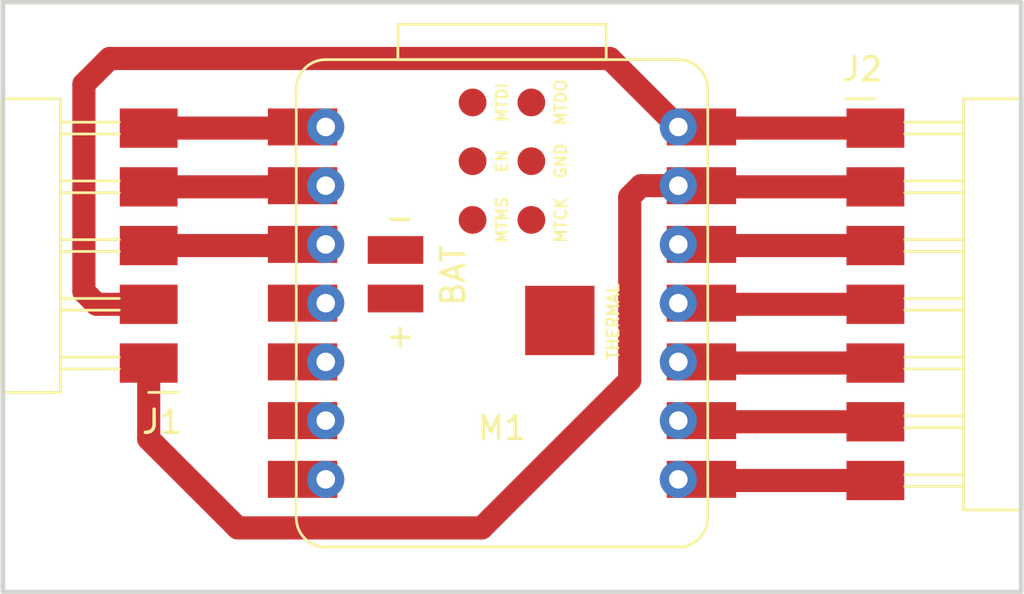
<source format=kicad_pcb>
(kicad_pcb (version 20240108) (generator "pcbnew") (generator_version "8.0")
  (layers (0 "F.Cu" signal) (31 "B.Cu" signal) (34 "B.Paste" user) (35 "F.Paste" user) (36 "B.SilkS" user "B.Silkscreen") (37 "F.SilkS" user "F.Silkscreen") (38 "B.Mask" user) (39 "F.Mask" user) (44 "Edge.Cuts" user))
  (net 0 "")
  (net 1 "CLK")
  (net 2 "DT")
  (net 3 "SW")
  (net 4 "GND")
  (net 5 "5V")
  (net 19 "D8")
  (net 20 "D9")
  (net 21 "D10")
  (net 22 "3V3")
  (net 23 "D7")
  (footprint "Fabac:SeeedStudio_XIAO_ESP32C3" (layer "F.Cu") (at 158.565 61.51)
    (property "Reference" "M1" (at 0 5.39 0) (layer "F.SilkS"))
    (property "Value" "Module_XIAO-ESP32C3")
    (fp_line (start -8.8875 9.281) (end -8.8875 -9.261) (stroke (width 0.12)) (layer "F.SilkS"))
    (fp_line (start -7.6175 -10.531) (end 7.6225 -10.531) (stroke (width 0.12)) (layer "F.SilkS"))
    (fp_line (start 7.6225 10.551) (end -7.6175 10.551) (stroke (width 0.12)) (layer "F.SilkS"))
    (fp_line (start 8.8925 -9.261) (end 8.8925 9.281) (stroke (width 0.12)) (layer "F.SilkS"))
    (fp_rect (start -4.4975 -10.531) (end 4.5025 -12.055) (stroke (width 0.12)) (fill none) (layer "F.SilkS"))
    (fp_arc (start -8.8875 -9.261) (mid -8.515526 -10.159026) (end -7.6175 -10.531) (stroke (width 0.12)) (layer "F.SilkS"))
    (fp_arc (start -7.6175 10.551) (mid -8.515526 10.179026) (end -8.8875 9.281) (stroke (width 0.12)) (layer "F.SilkS"))
    (fp_arc (start 7.6225 -10.531) (mid 8.520526 -10.159026) (end 8.8925 -9.261) (stroke (width 0.12)) (layer "F.SilkS"))
    (fp_arc (start 8.8925 9.281) (mid 8.520526 10.179026) (end 7.6225 10.551) (stroke (width 0.12)) (layer "F.SilkS"))
    (fp_text user "EN" (at 0 -6.14 90) (layer "F.SilkS") (effects (font (size 0.5 0.5) (thickness 0.1) (bold yes))))
    (fp_text user "THERMAL" (at 4.8 0.8 90) (layer "F.SilkS") (effects (font (size 0.5 0.5) (thickness 0.1) (bold yes))))
    (fp_text user "MTCK" (at 2.54 -3.6 90) (layer "F.SilkS") (effects (font (size 0.5 0.5) (thickness 0.1) (bold yes))))
    (fp_text user "GND" (at 2.54 -6.14 90) (layer "F.SilkS") (effects (font (size 0.5 0.5) (thickness 0.1) (bold yes))))
    (fp_text user "MTDO" (at 2.54 -8.68 90) (layer "F.SilkS") (effects (font (size 0.5 0.5) (thickness 0.1) (bold yes))))
    (fp_text user "MTMS" (at 0 -3.6 90) (layer "F.SilkS") (effects (font (size 0.5 0.5) (thickness 0.1) (bold yes))))
    (fp_text user "-" (at -4.4 -3.7 0) (layer "F.SilkS"))
    (fp_text user "+" (at -4.4 1.4 0) (layer "F.SilkS"))
    (fp_text user "BAT" (at -2.7 -1.2 90) (layer "F.SilkS") (effects (justify top)))
    (fp_text user "MTDI" (at 0 -8.68 90) (layer "F.SilkS") (effects (font (size 0.5 0.5) (thickness 0.1) (bold yes))))
    (pad "1" thru_hole circle (at -7.615 -7.62) (size 1.6 1.6) (drill 0.8) (layers "*.Cu" "*.Mask") (net 1 "CLK"))
    (pad "1" smd rect (at -7.615 -7.62) (size 3 1.6) (drill (offset -1 0)) (layers "F.Cu" "F.Paste" "F.Mask") (net 1 "CLK"))
    (pad "2" thru_hole circle (at -7.615 -5.08) (size 1.6 1.6) (drill 0.8) (layers "*.Cu" "*.Mask") (net 2 "DT"))
    (pad "2" smd rect (at -7.615 -5.08) (size 3 1.6) (drill (offset -1 0)) (layers "F.Cu" "F.Paste" "F.Mask") (net 2 "DT"))
    (pad "3" thru_hole circle (at -7.615 -2.54) (size 1.6 1.6) (drill 0.8) (layers "*.Cu" "*.Mask") (net 3 "SW"))
    (pad "3" smd rect (at -7.615 -2.54) (size 3 1.6) (drill (offset -1 0)) (layers "F.Cu" "F.Paste" "F.Mask") (net 3 "SW"))
    (pad "4" thru_hole circle (at -7.615 0) (size 1.6 1.6) (drill 0.8) (layers "*.Cu" "*.Mask"))
    (pad "4" smd rect (at -7.615 0) (size 3 1.6) (drill (offset -1 0)) (layers "F.Cu" "F.Paste" "F.Mask"))
    (pad "5" thru_hole circle (at -7.615 2.54) (size 1.6 1.6) (drill 0.8) (layers "*.Cu" "*.Mask"))
    (pad "5" smd rect (at -7.615 2.54) (size 3 1.6) (drill (offset -1 0)) (layers "F.Cu" "F.Paste" "F.Mask"))
    (pad "6" thru_hole circle (at -7.615 5.08) (size 1.6 1.6) (drill 0.8) (layers "*.Cu" "*.Mask"))
    (pad "6" smd rect (at -7.615 5.08) (size 3 1.6) (drill (offset -1 0)) (layers "F.Cu" "F.Paste" "F.Mask"))
    (pad "7" thru_hole circle (at -7.615 7.62) (size 1.6 1.6) (drill 0.8) (layers "*.Cu" "*.Mask"))
    (pad "7" smd rect (at -7.615 7.62) (size 3 1.6) (drill (offset -1 0)) (layers "F.Cu" "F.Paste" "F.Mask"))
    (pad "8" thru_hole circle (at 7.62 7.62) (size 1.6 1.6) (drill 0.8) (layers "*.Cu" "*.Mask") (net 23 "D7"))
    (pad "8" smd rect (at 7.62 7.62) (size 3 1.6) (drill (offset 1 0)) (layers "F.Cu" "F.Paste" "F.Mask") (net 23 "D7"))
    (pad "9" thru_hole circle (at 7.62 5.08) (size 1.6 1.6) (drill 0.8) (layers "*.Cu" "*.Mask") (net 19 "D8"))
    (pad "9" smd rect (at 7.62 5.08) (size 3 1.6) (drill (offset 1 0)) (layers "F.Cu" "F.Paste" "F.Mask") (net 19 "D8"))
    (pad "10" thru_hole circle (at 7.62 2.54) (size 1.6 1.6) (drill 0.8) (layers "*.Cu" "*.Mask") (net 20 "D9"))
    (pad "10" smd rect (at 7.62 2.54) (size 3 1.6) (drill (offset 1 0)) (layers "F.Cu" "F.Paste" "F.Mask") (net 20 "D9"))
    (pad "11" thru_hole circle (at 7.62 0) (size 1.6 1.6) (drill 0.8) (layers "*.Cu" "*.Mask") (net 21 "D10"))
    (pad "11" smd rect (at 7.62 0) (size 3 1.6) (drill (offset 1 0)) (layers "F.Cu" "F.Paste" "F.Mask") (net 21 "D10"))
    (pad "12" thru_hole circle (at 7.62 -2.54) (size 1.6 1.6) (drill 0.8) (layers "*.Cu" "*.Mask") (net 22 "3V3"))
    (pad "12" smd rect (at 7.62 -2.54) (size 3 1.6) (drill (offset 1 0)) (layers "F.Cu" "F.Paste" "F.Mask") (net 22 "3V3"))
    (pad "13" thru_hole circle (at 7.62 -5.08) (size 1.6 1.6) (drill 0.8) (layers "*.Cu" "*.Mask") (net 4 "GND"))
    (pad "13" smd rect (at 7.62 -5.08) (size 3 1.6) (drill (offset 1 0)) (layers "F.Cu" "F.Paste" "F.Mask") (net 4 "GND"))
    (pad "14" thru_hole circle (at 7.62 -7.62) (size 1.6 1.6) (drill 0.8) (layers "*.Cu" "*.Mask") (net 5 "5V"))
    (pad "14" smd rect (at 7.62 -7.62) (size 3 1.6) (drill (offset 1 0)) (layers "F.Cu" "F.Paste" "F.Mask") (net 5 "5V"))
    (pad "15" smd rect (at -4.6 -2.3) (size 2.4 1.2) (layers "F.Cu" "F.Paste" "F.Mask"))
    (pad "16" smd rect (at -4.6 -0.2) (size 2.4 1.2) (layers "F.Cu" "F.Paste" "F.Mask"))
    (pad "17" smd circle (at -1.27 -8.68) (size 1.2 1.2) (layers "F.Cu" "F.Paste" "F.Mask"))
    (pad "18" smd circle (at -1.27 -6.14) (size 1.2 1.2) (layers "F.Cu" "F.Paste" "F.Mask"))
    (pad "19" smd circle (at -1.27 -3.6) (size 1.2 1.2) (layers "F.Cu" "F.Paste" "F.Mask"))
    (pad "20" smd circle (at 1.27 -3.6) (size 1.2 1.2) (layers "F.Cu" "F.Paste" "F.Mask"))
    (pad "21" smd circle (at 1.27 -6.14) (size 1.2 1.2) (layers "F.Cu" "F.Paste" "F.Mask"))
    (pad "22" smd circle (at 1.27 -8.68) (size 1.2 1.2) (layers "F.Cu" "F.Paste" "F.Mask"))
    (pad "23" smd rect (at 2.5 0.75) (size 3 3) (layers "F.Cu" "F.Paste" "F.Mask"))
  )
  (footprint "Fabac:PinHeader_1x05_P2.54mm_Horizontal_SMD" (layer "F.Cu") (at 143.3 64.1 180)
    (property "Reference" "J1" (at -1.524 -2.54 180) (layer "F.SilkS") (effects (justify right)))
    (property "Value" "rotary encoder")
    (fp_line (start 6.35 11.43) (end 3.81 11.43) (stroke (width 0.12)) (layer "F.SilkS"))
    (fp_line (start 6.35 -1.27) (end 6.35 11.43) (stroke (width 0.12)) (layer "F.SilkS"))
    (fp_line (start 3.81 11.43) (end 3.81 -1.27) (stroke (width 0.12)) (layer "F.SilkS"))
    (fp_line (start 3.81 10.414) (end 1.27 10.414) (stroke (width 0.12)) (layer "F.SilkS"))
    (fp_line (start 3.81 9.906) (end 1.27 9.906) (stroke (width 0.12)) (layer "F.SilkS"))
    (fp_line (start 3.81 7.874) (end 1.27 7.874) (stroke (width 0.12)) (layer "F.SilkS"))
    (fp_line (start 3.81 7.366) (end 1.27 7.366) (stroke (width 0.12)) (layer "F.SilkS"))
    (fp_line (start 3.81 5.334) (end 1.27 5.334) (stroke (width 0.12)) (layer "F.SilkS"))
    (fp_line (start 3.81 4.826) (end 1.27 4.826) (stroke (width 0.12)) (layer "F.SilkS"))
    (fp_line (start 3.81 2.794) (end 1.27 2.794) (stroke (width 0.12)) (layer "F.SilkS"))
    (fp_line (start 3.81 2.286) (end 1.27 2.286) (stroke (width 0.12)) (layer "F.SilkS"))
    (fp_line (start 3.81 0.254) (end 1.27 0.254) (stroke (width 0.12)) (layer "F.SilkS"))
    (fp_line (start 3.81 -0.254) (end 1.27 -0.254) (stroke (width 0.12)) (layer "F.SilkS"))
    (fp_line (start 3.81 -1.27) (end 6.35 -1.27) (stroke (width 0.12)) (layer "F.SilkS"))
    (fp_line (start -1.27 -1.27) (end 0 -1.27) (stroke (width 0.12)) (layer "F.SilkS"))
    (pad "1" smd rect (at 0 0 180) (size 2.5 1.7) (layers "F.Cu" "F.Paste" "F.Mask") (net 4 "GND"))
    (pad "2" smd rect (at 0 2.54 180) (size 2.5 1.7) (layers "F.Cu" "F.Paste" "F.Mask") (net 5 "5V"))
    (pad "3" smd rect (at 0 5.08 180) (size 2.5 1.7) (layers "F.Cu" "F.Paste" "F.Mask") (net 3 "SW"))
    (pad "4" smd rect (at 0 7.62 180) (size 2.5 1.7) (layers "F.Cu" "F.Paste" "F.Mask") (net 2 "DT"))
    (pad "5" smd rect (at 0 10.16 180) (size 2.5 1.7) (layers "F.Cu" "F.Paste" "F.Mask") (net 1 "CLK"))
  )
  (footprint "Fabac:PinHeader_1x07_P2.54mm_Horizontal_SMD" (layer "F.Cu") (at 174.7 53.94)
    (property "Reference" "J2" (at -1.524 -2.54 180) (layer "F.SilkS") (effects (justify left)))
    (property "Value" "Extra Connectors")
    (fp_line (start -1.27 -1.27) (end 0 -1.27) (stroke (width 0.12)) (layer "F.SilkS"))
    (fp_line (start 3.81 -1.27) (end 6.35 -1.27) (stroke (width 0.12)) (layer "F.SilkS"))
    (fp_line (start 3.81 -0.254) (end 1.27 -0.254) (stroke (width 0.12)) (layer "F.SilkS"))
    (fp_line (start 3.81 0.254) (end 1.27 0.254) (stroke (width 0.12)) (layer "F.SilkS"))
    (fp_line (start 3.81 2.286) (end 1.27 2.286) (stroke (width 0.12)) (layer "F.SilkS"))
    (fp_line (start 3.81 2.794) (end 1.27 2.794) (stroke (width 0.12)) (layer "F.SilkS"))
    (fp_line (start 3.81 4.826) (end 1.27 4.826) (stroke (width 0.12)) (layer "F.SilkS"))
    (fp_line (start 3.81 5.334) (end 1.27 5.334) (stroke (width 0.12)) (layer "F.SilkS"))
    (fp_line (start 3.81 7.366) (end 1.27 7.366) (stroke (width 0.12)) (layer "F.SilkS"))
    (fp_line (start 3.81 7.874) (end 1.27 7.874) (stroke (width 0.12)) (layer "F.SilkS"))
    (fp_line (start 3.81 9.906) (end 1.27 9.906) (stroke (width 0.12)) (layer "F.SilkS"))
    (fp_line (start 3.81 10.414) (end 1.27 10.414) (stroke (width 0.12)) (layer "F.SilkS"))
    (fp_line (start 3.81 12.446) (end 1.27 12.446) (stroke (width 0.12)) (layer "F.SilkS"))
    (fp_line (start 3.81 12.954) (end 1.27 12.954) (stroke (width 0.12)) (layer "F.SilkS"))
    (fp_line (start 3.81 14.986) (end 1.27 14.986) (stroke (width 0.12)) (layer "F.SilkS"))
    (fp_line (start 3.81 15.494) (end 1.27 15.494) (stroke (width 0.12)) (layer "F.SilkS"))
    (fp_line (start 3.81 16.51) (end 3.81 -1.27) (stroke (width 0.12)) (layer "F.SilkS"))
    (fp_line (start 6.35 -1.27) (end 6.35 16.51) (stroke (width 0.12)) (layer "F.SilkS"))
    (fp_line (start 6.35 16.51) (end 3.81 16.51) (stroke (width 0.12)) (layer "F.SilkS"))
    (pad "1" smd rect (at 0 0) (size 2.5 1.7) (layers "F.Cu" "F.Paste" "F.Mask") (net 5 "5V"))
    (pad "2" smd rect (at 0 2.54) (size 2.5 1.7) (layers "F.Cu" "F.Paste" "F.Mask") (net 4 "GND"))
    (pad "3" smd rect (at 0 5.08) (size 2.5 1.7) (layers "F.Cu" "F.Paste" "F.Mask") (net 22 "3V3"))
    (pad "4" smd rect (at 0 7.62) (size 2.5 1.7) (layers "F.Cu" "F.Paste" "F.Mask") (net 21 "D10"))
    (pad "5" smd rect (at 0 10.16) (size 2.5 1.7) (layers "F.Cu" "F.Paste" "F.Mask") (net 20 "D9"))
    (pad "6" smd rect (at 0 12.7) (size 2.5 1.7) (layers "F.Cu" "F.Paste" "F.Mask") (net 19 "D8"))
    (pad "7" smd rect (at 0 15.24) (size 2.5 1.7) (layers "F.Cu" "F.Paste" "F.Mask") (net 23 "D7"))
  )
  (gr_rect (start 137 48.5) (end 181 74) (stroke (width 0.2)) (fill none) (layer "Edge.Cuts"))
  (segment (start 150.9 53.94) (end 150.95 53.89) (width 1) (layer "F.Cu") (net 1))
  (segment (start 143.3 53.94) (end 150.9 53.94) (width 1) (layer "F.Cu") (net 1))
  (segment (start 150.9 56.48) (end 150.95 56.43) (width 1) (layer "F.Cu") (net 2))
  (segment (start 143.3 56.48) (end 150.9 56.48) (width 1) (layer "F.Cu") (net 2))
  (segment (start 143.3 59.02) (end 150.9 59.02) (width 1) (layer "F.Cu") (net 3))
  (segment (start 150.9 59.02) (end 150.95 58.97) (width 1) (layer "F.Cu") (net 3))
  (segment (start 164.085 64.84) (end 164.085 56.915) (width 1) (layer "F.Cu") (net 4))
  (segment (start 164.57 56.43) (end 166.185 56.43) (width 1) (layer "F.Cu") (net 4))
  (segment (start 164.085 56.915) (end 164.57 56.43) (width 1) (layer "F.Cu") (net 4))
  (segment (start 143.3 67.38) (end 147.15 71.23) (width 1) (layer "F.Cu") (net 4))
  (segment (start 157.695 71.23) (end 164.085 64.84) (width 1) (layer "F.Cu") (net 4))
  (segment (start 166.235 56.48) (end 166.185 56.43) (width 1) (layer "F.Cu") (net 4))
  (segment (start 147.15 71.23) (end 157.695 71.23) (width 1) (layer "F.Cu") (net 4))
  (segment (start 143.3 64.1) (end 143.3 67.38) (width 1) (layer "F.Cu") (net 4))
  (segment (start 174.7 56.48) (end 166.235 56.48) (width 1) (layer "F.Cu") (net 4))
  (segment (start 143.3 61.56) (end 141.05 61.56) (width 1) (layer "F.Cu") (net 5))
  (segment (start 166.235 53.94) (end 166.185 53.89) (width 1) (layer "F.Cu") (net 5))
  (segment (start 174.7 53.94) (end 166.235 53.94) (width 1) (layer "F.Cu") (net 5))
  (segment (start 140.5 61.01) (end 140.5 52.04) (width 1) (layer "F.Cu") (net 5))
  (segment (start 140.5 52.04) (end 141.61 50.93) (width 1) (layer "F.Cu") (net 5))
  (segment (start 141.61 50.93) (end 163.225 50.93) (width 1) (layer "F.Cu") (net 5))
  (segment (start 141.05 61.56) (end 140.5 61.01) (width 1) (layer "F.Cu") (net 5))
  (segment (start 163.225 50.93) (end 166.185 53.89) (width 1) (layer "F.Cu") (net 5))
  (segment (start 174.7 66.64) (end 166.235 66.64) (width 1) (layer "F.Cu") (net 19))
  (segment (start 166.235 66.64) (end 166.185 66.59) (width 1) (layer "F.Cu") (net 19))
  (segment (start 174.7 64.1) (end 166.235 64.1) (width 1) (layer "F.Cu") (net 20))
  (segment (start 166.235 64.1) (end 166.185 64.05) (width 1) (layer "F.Cu") (net 20))
  (segment (start 166.235 61.56) (end 166.185 61.51) (width 1) (layer "F.Cu") (net 21))
  (segment (start 174.7 61.56) (end 166.235 61.56) (width 1) (layer "F.Cu") (net 21))
  (segment (start 174.7 59.02) (end 166.235 59.02) (width 1) (layer "F.Cu") (net 22))
  (segment (start 166.235 59.02) (end 166.185 58.97) (width 1) (layer "F.Cu") (net 22))
  (segment (start 174.7 69.18) (end 166.235 69.18) (width 1) (layer "F.Cu") (net 23))
  (segment (start 166.235 69.18) (end 166.185 69.13) (width 1) (layer "F.Cu") (net 23))
)
</source>
